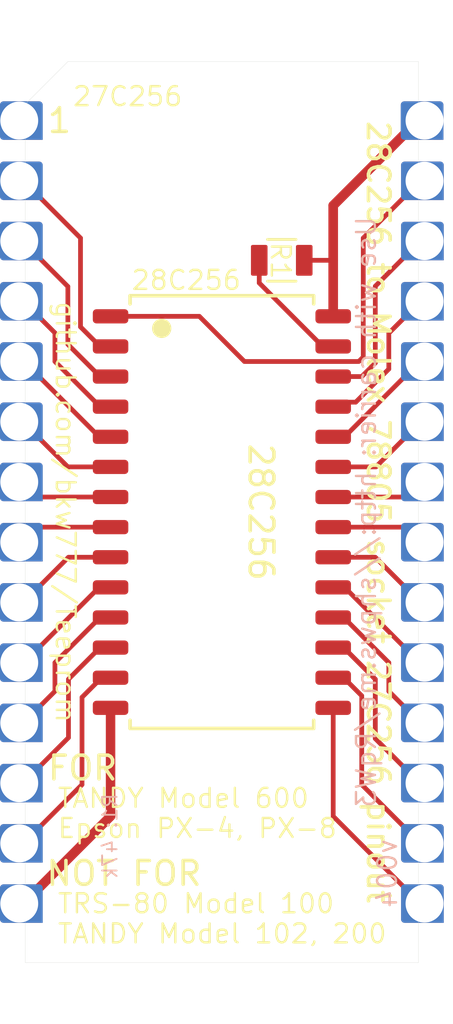
<source format=kicad_pcb>
(kicad_pcb (version 20171130) (host pcbnew 5.1.10-88a1d61d58~88~ubuntu20.10.1)

  (general
    (thickness 1.6)
    (drawings 19)
    (tracks 116)
    (zones 0)
    (modules 3)
    (nets 28)
  )

  (page A4)
  (title_block
    (title "28C256 to Molex 78805 socket with 27C256 pinout")
    (date 2021-05-22)
    (rev 004)
    (company b.kenyon.w@gmail.com)
  )

  (layers
    (0 Top signal)
    (31 Bottom signal)
    (32 B.Adhes user hide)
    (33 F.Adhes user hide)
    (34 B.Paste user hide)
    (35 F.Paste user hide)
    (36 B.SilkS user)
    (37 F.SilkS user)
    (38 B.Mask user)
    (39 F.Mask user)
    (40 Dwgs.User user hide)
    (41 Cmts.User user hide)
    (42 Eco1.User user hide)
    (43 Eco2.User user hide)
    (44 Edge.Cuts user)
    (45 Margin user hide)
    (46 B.CrtYd user hide)
    (47 F.CrtYd user hide)
    (48 B.Fab user hide)
    (49 F.Fab user hide)
  )

  (setup
    (last_trace_width 0.2)
    (user_trace_width 0.4)
    (trace_clearance 0.2)
    (zone_clearance 0.1524)
    (zone_45_only no)
    (trace_min 0.2)
    (via_size 0.5)
    (via_drill 0.3)
    (via_min_size 0.5)
    (via_min_drill 0.3)
    (uvia_size 0.5)
    (uvia_drill 0.3)
    (uvias_allowed no)
    (uvia_min_size 0.5)
    (uvia_min_drill 0.3)
    (edge_width 0.01)
    (segment_width 0.2032)
    (pcb_text_width 0.254)
    (pcb_text_size 1.2192 1.2192)
    (mod_edge_width 0.0254)
    (mod_text_size 0.4572 0.4572)
    (mod_text_width 0.0254)
    (pad_size 1.905 2.032)
    (pad_drill 1.524)
    (pad_to_mask_clearance 0)
    (solder_mask_min_width 0.22)
    (aux_axis_origin 0 0)
    (grid_origin 147.2184 99.187)
    (visible_elements FFFFFF7F)
    (pcbplotparams
      (layerselection 0x010f0_ffffffff)
      (usegerberextensions true)
      (usegerberattributes false)
      (usegerberadvancedattributes false)
      (creategerberjobfile false)
      (excludeedgelayer true)
      (linewidth 0.100000)
      (plotframeref false)
      (viasonmask false)
      (mode 1)
      (useauxorigin false)
      (hpglpennumber 1)
      (hpglpenspeed 20)
      (hpglpendiameter 15.000000)
      (psnegative false)
      (psa4output false)
      (plotreference true)
      (plotvalue true)
      (plotinvisibletext false)
      (padsonsilk false)
      (subtractmaskfromsilk false)
      (outputformat 1)
      (mirror false)
      (drillshape 0)
      (scaleselection 1)
      (outputdirectory "GERBER_Meeprom_004"))
  )

  (net 0 "")
  (net 1 /D3)
  (net 2 /A10)
  (net 3 /D4)
  (net 4 /A7)
  (net 5 /D5)
  (net 6 /A6)
  (net 7 /D6)
  (net 8 /A5)
  (net 9 /D7)
  (net 10 /A4)
  (net 11 /A11)
  (net 12 /A3)
  (net 13 /~OE)
  (net 14 /A2)
  (net 15 /A13)
  (net 16 /A1)
  (net 17 /A0)
  (net 18 /A12)
  (net 19 /D0)
  (net 20 /A9)
  (net 21 /D1)
  (net 22 /A8)
  (net 23 /D2)
  (net 24 /~CE)
  (net 25 /A14)
  (net 26 /~WE)
  (net 27 VCC)

  (net_class Default "This is the default net class."
    (clearance 0.2)
    (trace_width 0.2)
    (via_dia 0.5)
    (via_drill 0.3)
    (uvia_dia 0.5)
    (uvia_drill 0.3)
    (diff_pair_width 0.2)
    (diff_pair_gap 0.3)
    (add_net /A0)
    (add_net /A1)
    (add_net /A10)
    (add_net /A11)
    (add_net /A12)
    (add_net /A13)
    (add_net /A14)
    (add_net /A2)
    (add_net /A3)
    (add_net /A4)
    (add_net /A5)
    (add_net /A6)
    (add_net /A7)
    (add_net /A8)
    (add_net /A9)
    (add_net /D0)
    (add_net /D1)
    (add_net /D2)
    (add_net /D3)
    (add_net /D4)
    (add_net /D5)
    (add_net /D6)
    (add_net /D7)
    (add_net /~CE)
    (add_net /~OE)
    (add_net /~WE)
    (add_net "Net-(J1-Pad1)")
    (add_net "Net-(J1-Pad14)")
    (add_net "Net-(U1-Pad14)")
    (add_net VCC)
  )

  (module 000_LOCAL:Molex78802_PCB_28 (layer Top) (tedit 60A90215) (tstamp 6051A918)
    (at 147.2184 99.187)
    (descr "Castellated edge contacts to fit Molex 78805 Socket")
    (path /5E6792DF)
    (solder_mask_margin 0.0508)
    (attr virtual)
    (fp_text reference J1 (at -1.905 0 -90) (layer Dwgs.User) hide
      (effects (font (size 1.2065 1.2065) (thickness 0.127)) (justify bottom))
    )
    (fp_text value "Molex 78805 socket 27C256 pinout" (at 1.27 0 -90) (layer F.Fab) hide
      (effects (font (size 1.2065 1.2065) (thickness 0.1016)) (justify bottom))
    )
    (fp_text user "0.7 border on bottom - 36.6 x 15 x 1.5 usable bottom" (at -5.5 -17) (layer Dwgs.User)
      (effects (font (size 0.25 0.25) (thickness 0.02)) (justify left))
    )
    (fp_text user "10.0 x 1.0 retainer wedges on top" (at -3.5 -17.5) (layer Dwgs.User)
      (effects (font (size 0.25 0.25) (thickness 0.02)) (justify left))
    )
    (fp_text user "Castellation depth 0.5mm min" (at 6.35 0 -90) (layer Dwgs.User)
      (effects (font (size 1 1) (thickness 0.1)))
    )
    (fp_text user "Board outline: 0.1mm grid, copy Eco2.User" (at -6 0 -90) (layer Eco2.User)
      (effects (font (size 1 1) (thickness 0.1)))
    )
    (fp_text user "Eco1.User is Edge.Cuts for use without carrier." (at -4.445 0 -90) (layer Eco1.User)
      (effects (font (size 0.8 0.8) (thickness 0.05)))
    )
    (fp_line (start -6.5 -19) (end -8.3 -17.2) (layer Eco2.User) (width 0.01))
    (fp_line (start 8.3 19) (end 8.3 -19) (layer Eco2.User) (width 0.01))
    (fp_line (start -8.3 19) (end -8.3 -17.2) (layer Eco2.User) (width 0.01))
    (fp_line (start -5 19) (end 5 19) (layer Dwgs.User) (width 0.01))
    (fp_line (start -5 18) (end 5 18) (layer Dwgs.User) (width 0.01))
    (fp_line (start -5 18) (end -5 19) (layer Dwgs.User) (width 0.01))
    (fp_line (start 5 19) (end 5 18) (layer Dwgs.User) (width 0.01))
    (fp_line (start 5 -19) (end -5 -19) (layer Dwgs.User) (width 0.01))
    (fp_line (start 5 -18) (end 5 -19) (layer Dwgs.User) (width 0.01))
    (fp_line (start -5 -18) (end 5 -18) (layer Dwgs.User) (width 0.01))
    (fp_line (start -5 -19) (end -5 -18) (layer Dwgs.User) (width 0.01))
    (fp_line (start 8.345 15.24) (end 9.742 15.24) (layer Dwgs.User) (width 0.05))
    (fp_line (start 8.625 14.96) (end 8.345 15.24) (layer Dwgs.User) (width 0.05))
    (fp_line (start 8.345 15.24) (end 8.625 15.52) (layer Dwgs.User) (width 0.05))
    (fp_line (start 7.442 14.96) (end 7.722 15.24) (layer Dwgs.User) (width 0.05))
    (fp_line (start 7.722 15.24) (end 7.442 15.52) (layer Dwgs.User) (width 0.05))
    (fp_line (start 6.325 15.24) (end 7.722 15.24) (layer Dwgs.User) (width 0.05))
    (fp_line (start 6.325 12.065) (end 6.325 15.24) (layer Dwgs.User) (width 0.05))
    (fp_line (start 7.75716 17.78) (end 7.75716 12.7) (layer Dwgs.User) (width 0.01))
    (fp_line (start 8.3 -19) (end -6.5 -19) (layer Eco2.User) (width 0.01))
    (fp_line (start -8.3 19) (end 8.3 19) (layer Eco2.User) (width 0.01))
    (fp_line (start -0.762 -19.05) (end -0.762 -21.59) (layer Eco1.User) (width 0.01))
    (fp_line (start -0.762 -21.59) (end 0.762 -21.59) (layer Eco1.User) (width 0.01))
    (fp_line (start 0.762 -21.59) (end 0.762 -19.05) (layer Eco1.User) (width 0.01))
    (fp_line (start -4.5593 19.05) (end -4.5593 21.59) (layer Eco1.User) (width 0.01))
    (fp_line (start -4.5593 21.59) (end -3.0353 21.59) (layer Eco1.User) (width 0.01))
    (fp_line (start -3.0353 21.59) (end -3.0353 19.05) (layer Eco1.User) (width 0.01))
    (fp_line (start 4.5593 19.05) (end 4.5593 21.59) (layer Eco1.User) (width 0.01))
    (fp_line (start 4.5593 21.59) (end 3.0353 21.59) (layer Eco1.User) (width 0.01))
    (fp_line (start 3.0353 21.59) (end 3.0353 19.05) (layer Eco1.User) (width 0.01))
    (fp_line (start 3.0353 19.05) (end -3.0353 19.05) (layer Eco1.User) (width 0.01))
    (fp_line (start -8.26 19.05) (end -8.26 -19.05) (layer Eco1.User) (width 0.01))
    (fp_line (start 8.26 19.05) (end 8.26 -19.05) (layer Eco1.User) (width 0.01))
    (fp_line (start -8.26 -19.05) (end -0.762 -19.05) (layer Eco1.User) (width 0.01))
    (fp_line (start 0.762 -19.05) (end 8.26 -19.05) (layer Eco1.User) (width 0.01))
    (fp_line (start -8.26 19.05) (end -4.5593 19.05) (layer Eco1.User) (width 0.01))
    (fp_line (start 4.5593 19.05) (end 8.26 19.05) (layer Eco1.User) (width 0.01))
    (fp_poly (pts (xy -7.717 -15.8496) (xy -9.2156 -15.8496) (xy -9.2156 -17.1704) (xy -7.717 -17.1704)) (layer Bottom) (width 0.3048))
    (fp_poly (pts (xy -7.717 -15.8496) (xy -9.2156 -15.8496) (xy -9.2156 -17.1704) (xy -7.717 -17.1704)) (layer Top) (width 0.3048))
    (fp_poly (pts (xy -7.717 -13.3096) (xy -9.2156 -13.3096) (xy -9.2156 -14.6304) (xy -7.717 -14.6304)) (layer Top) (width 0.3048))
    (fp_poly (pts (xy -7.717 -10.7696) (xy -9.2156 -10.7696) (xy -9.2156 -12.0904) (xy -7.717 -12.0904)) (layer Top) (width 0.3048))
    (fp_poly (pts (xy -7.717 -8.2296) (xy -9.2156 -8.2296) (xy -9.2156 -9.5504) (xy -7.717 -9.5504)) (layer Top) (width 0.3048))
    (fp_poly (pts (xy -7.717 -5.6896) (xy -9.2156 -5.6896) (xy -9.2156 -7.0104) (xy -7.717 -7.0104)) (layer Top) (width 0.3048))
    (fp_poly (pts (xy -7.717 -3.1496) (xy -9.2156 -3.1496) (xy -9.2156 -4.4704) (xy -7.717 -4.4704)) (layer Top) (width 0.3048))
    (fp_poly (pts (xy -7.717 -0.6096) (xy -9.2156 -0.6096) (xy -9.2156 -1.9304) (xy -7.717 -1.9304)) (layer Top) (width 0.3048))
    (fp_poly (pts (xy -7.717 1.9304) (xy -9.2156 1.9304) (xy -9.2156 0.6096) (xy -7.717 0.6096)) (layer Top) (width 0.3048))
    (fp_poly (pts (xy -7.717 4.4704) (xy -9.2156 4.4704) (xy -9.2156 3.1496) (xy -7.717 3.1496)) (layer Top) (width 0.3048))
    (fp_poly (pts (xy -7.717 7.0104) (xy -9.2156 7.0104) (xy -9.2156 5.6896) (xy -7.717 5.6896)) (layer Top) (width 0.3048))
    (fp_poly (pts (xy -7.717 9.5504) (xy -9.2156 9.5504) (xy -9.2156 8.2296) (xy -7.717 8.2296)) (layer Top) (width 0.3048))
    (fp_poly (pts (xy -7.717 12.0904) (xy -9.2156 12.0904) (xy -9.2156 10.7696) (xy -7.717 10.7696)) (layer Top) (width 0.3048))
    (fp_poly (pts (xy -7.717 14.6304) (xy -9.2156 14.6304) (xy -9.2156 13.3096) (xy -7.717 13.3096)) (layer Top) (width 0.3048))
    (fp_poly (pts (xy -7.717 17.1704) (xy -9.2156 17.1704) (xy -9.2156 15.8496) (xy -7.717 15.8496)) (layer Top) (width 0.3048))
    (fp_poly (pts (xy -7.717 10.7696) (xy -9.2156 10.7696) (xy -9.2156 12.0904) (xy -7.717 12.0904)) (layer Bottom) (width 0.3048))
    (fp_poly (pts (xy -7.717 15.8496) (xy -9.2156 15.8496) (xy -9.2156 17.1704) (xy -7.717 17.1704)) (layer Bottom) (width 0.3048))
    (fp_poly (pts (xy -7.717 -14.6304) (xy -9.2156 -14.6304) (xy -9.2156 -13.3096) (xy -7.717 -13.3096)) (layer Bottom) (width 0.3048))
    (fp_poly (pts (xy -7.717 8.2296) (xy -9.2156 8.2296) (xy -9.2156 9.5504) (xy -7.717 9.5504)) (layer Bottom) (width 0.3048))
    (fp_poly (pts (xy -7.717 5.6896) (xy -9.2156 5.6896) (xy -9.2156 7.0104) (xy -7.717 7.0104)) (layer Bottom) (width 0.3048))
    (fp_poly (pts (xy -7.717 -7.0104) (xy -9.2156 -7.0104) (xy -9.2156 -5.6896) (xy -7.717 -5.6896)) (layer Bottom) (width 0.3048))
    (fp_poly (pts (xy -7.717 -9.5504) (xy -9.2156 -9.5504) (xy -9.2156 -8.2296) (xy -7.717 -8.2296)) (layer Bottom) (width 0.3048))
    (fp_poly (pts (xy -7.717 13.3096) (xy -9.2156 13.3096) (xy -9.2156 14.6304) (xy -7.717 14.6304)) (layer Bottom) (width 0.3048))
    (fp_poly (pts (xy -7.717 -1.9304) (xy -9.2156 -1.9304) (xy -9.2156 -0.6096) (xy -7.717 -0.6096)) (layer Bottom) (width 0.3048))
    (fp_poly (pts (xy -7.717 -4.4704) (xy -9.2156 -4.4704) (xy -9.2156 -3.1496) (xy -7.717 -3.1496)) (layer Bottom) (width 0.3048))
    (fp_poly (pts (xy -7.717 -12.0904) (xy -9.2156 -12.0904) (xy -9.2156 -10.7696) (xy -7.717 -10.7696)) (layer Bottom) (width 0.3048))
    (fp_poly (pts (xy -7.717 3.1496) (xy -9.2156 3.1496) (xy -9.2156 4.4704) (xy -7.717 4.4704)) (layer Bottom) (width 0.3048))
    (fp_poly (pts (xy -7.717 0.6096) (xy -9.2156 0.6096) (xy -9.2156 1.9304) (xy -7.717 1.9304)) (layer Bottom) (width 0.3048))
    (fp_poly (pts (xy 9.2029 -15.8496) (xy 7.7043 -15.8496) (xy 7.7043 -17.1704) (xy 9.2029 -17.1704)) (layer Bottom) (width 0.3048))
    (fp_poly (pts (xy 9.2029 -15.8496) (xy 7.7043 -15.8496) (xy 7.7043 -17.1704) (xy 9.2029 -17.1704)) (layer Top) (width 0.3048))
    (fp_poly (pts (xy 9.2156 -8.2296) (xy 7.717 -8.2296) (xy 7.717 -9.5504) (xy 9.2156 -9.5504)) (layer Top) (width 0.3048))
    (fp_poly (pts (xy 9.2156 15.8496) (xy 7.717 15.8496) (xy 7.717 17.1704) (xy 9.2156 17.1704)) (layer Bottom) (width 0.3048))
    (fp_poly (pts (xy 9.2156 -13.3096) (xy 7.717 -13.3096) (xy 7.717 -14.6304) (xy 9.2156 -14.6304)) (layer Top) (width 0.3048))
    (fp_poly (pts (xy 9.2156 -7.0104) (xy 7.717 -7.0104) (xy 7.717 -5.6896) (xy 9.2156 -5.6896)) (layer Bottom) (width 0.3048))
    (fp_poly (pts (xy 9.2156 5.6896) (xy 7.717 5.6896) (xy 7.717 7.0104) (xy 9.2156 7.0104)) (layer Bottom) (width 0.3048))
    (fp_poly (pts (xy 9.2156 17.1704) (xy 7.717 17.1704) (xy 7.717 15.8496) (xy 9.2156 15.8496)) (layer Top) (width 0.3048))
    (fp_poly (pts (xy 9.2156 -5.6896) (xy 7.717 -5.6896) (xy 7.717 -7.0104) (xy 9.2156 -7.0104)) (layer Top) (width 0.3048))
    (fp_poly (pts (xy 9.2156 -1.9304) (xy 7.717 -1.9304) (xy 7.717 -0.6096) (xy 9.2156 -0.6096)) (layer Bottom) (width 0.3048))
    (fp_poly (pts (xy 9.2156 -3.1496) (xy 7.717 -3.1496) (xy 7.717 -4.4704) (xy 9.2156 -4.4704)) (layer Top) (width 0.3048))
    (fp_poly (pts (xy 9.2156 9.5504) (xy 7.717 9.5504) (xy 7.717 8.2296) (xy 9.2156 8.2296)) (layer Top) (width 0.3048))
    (fp_poly (pts (xy 9.2156 12.0904) (xy 7.717 12.0904) (xy 7.717 10.7696) (xy 9.2156 10.7696)) (layer Top) (width 0.3048))
    (fp_poly (pts (xy 9.2156 -14.6304) (xy 7.717 -14.6304) (xy 7.717 -13.3096) (xy 9.2156 -13.3096)) (layer Bottom) (width 0.3048))
    (fp_poly (pts (xy 9.2156 -12.0904) (xy 7.717 -12.0904) (xy 7.717 -10.7696) (xy 9.2156 -10.7696)) (layer Bottom) (width 0.3048))
    (fp_poly (pts (xy 9.2156 3.1496) (xy 7.717 3.1496) (xy 7.717 4.4704) (xy 9.2156 4.4704)) (layer Bottom) (width 0.3048))
    (fp_poly (pts (xy 9.2156 0.6096) (xy 7.717 0.6096) (xy 7.717 1.9304) (xy 9.2156 1.9304)) (layer Bottom) (width 0.3048))
    (fp_poly (pts (xy 9.2156 -9.5504) (xy 7.717 -9.5504) (xy 7.717 -8.2296) (xy 9.2156 -8.2296)) (layer Bottom) (width 0.3048))
    (fp_poly (pts (xy 9.2156 -10.7696) (xy 7.717 -10.7696) (xy 7.717 -12.0904) (xy 9.2156 -12.0904)) (layer Top) (width 0.3048))
    (fp_poly (pts (xy 9.2156 13.3096) (xy 7.717 13.3096) (xy 7.717 14.6304) (xy 9.2156 14.6304)) (layer Bottom) (width 0.3048))
    (fp_poly (pts (xy 9.2156 8.2296) (xy 7.717 8.2296) (xy 7.717 9.5504) (xy 9.2156 9.5504)) (layer Bottom) (width 0.3048))
    (fp_poly (pts (xy 9.2156 -4.4704) (xy 7.717 -4.4704) (xy 7.717 -3.1496) (xy 9.2156 -3.1496)) (layer Bottom) (width 0.3048))
    (fp_poly (pts (xy 9.2156 4.4704) (xy 7.717 4.4704) (xy 7.717 3.1496) (xy 9.2156 3.1496)) (layer Top) (width 0.3048))
    (fp_poly (pts (xy 9.2156 10.7696) (xy 7.717 10.7696) (xy 7.717 12.0904) (xy 9.2156 12.0904)) (layer Bottom) (width 0.3048))
    (fp_poly (pts (xy 9.2156 7.0104) (xy 7.717 7.0104) (xy 7.717 5.6896) (xy 9.2156 5.6896)) (layer Top) (width 0.3048))
    (fp_poly (pts (xy 9.2156 14.6304) (xy 7.717 14.6304) (xy 7.717 13.3096) (xy 9.2156 13.3096)) (layer Top) (width 0.3048))
    (fp_poly (pts (xy 9.2156 -0.6096) (xy 7.717 -0.6096) (xy 7.717 -1.9304) (xy 9.2156 -1.9304)) (layer Top) (width 0.3048))
    (fp_poly (pts (xy 9.2156 1.9304) (xy 7.717 1.9304) (xy 7.717 0.6096) (xy 9.2156 0.6096)) (layer Top) (width 0.3048))
    (fp_line (start -7.6 18.3) (end 7.6 18.3) (layer Dwgs.User) (width 0.01))
    (fp_line (start -7.6 -18.3) (end 7.6 -18.3) (layer Dwgs.User) (width 0.01))
    (fp_line (start -7.6 -18.3) (end -7.6 18.3) (layer Dwgs.User) (width 0.01))
    (fp_line (start 7.6 -18.3) (end 7.6 18.3) (layer Dwgs.User) (width 0.01))
    (fp_line (start -6 -18.3) (end -6 -17) (layer Dwgs.User) (width 0.01))
    (fp_line (start -6 -17) (end -5.5 -17) (layer Dwgs.User) (width 0.01))
    (fp_line (start -6 -18.3) (end -6.3 -18) (layer Dwgs.User) (width 0.01))
    (fp_line (start -6 -18.3) (end -5.7 -18) (layer Dwgs.User) (width 0.01))
    (fp_line (start -6 -19) (end -6 -20) (layer Dwgs.User) (width 0.01))
    (fp_line (start -6 -19) (end -6.3 -19.3) (layer Dwgs.User) (width 0.01))
    (fp_line (start -6 -19) (end -5.7 -19.3) (layer Dwgs.User) (width 0.01))
    (fp_line (start -4 -19) (end -4 -20) (layer Dwgs.User) (width 0.01))
    (fp_line (start -4 -19) (end -4.3 -19.3) (layer Dwgs.User) (width 0.01))
    (fp_line (start -4 -19) (end -3.7 -19.3) (layer Dwgs.User) (width 0.01))
    (fp_line (start -4 -18) (end -4.3 -17.7) (layer Dwgs.User) (width 0.01))
    (fp_line (start -4 -18) (end -3.7 -17.7) (layer Dwgs.User) (width 0.01))
    (fp_line (start -4 -18) (end -4 -17.5) (layer Dwgs.User) (width 0.01))
    (fp_line (start -4 -17.5) (end -3.5 -17.5) (layer Dwgs.User) (width 0.01))
    (pad 1 thru_hole circle (at -8.5552 -16.51) (size 1.6002 1.6002) (drill 1.59766) (layers *.Cu *.Mask)
      (zone_connect 0))
    (pad 28 thru_hole circle (at 8.5552 -16.51 180) (size 1.6002 1.6002) (drill 1.59766) (layers *.Cu *.Mask)
      (net 27 VCC))
    (pad 14 thru_hole circle (at -8.5552 16.51) (size 1.6002 1.6002) (drill 1.59766) (layers *.Cu *.Mask)
      (zone_connect 0))
    (pad 27 thru_hole circle (at 8.5552 -13.97 180) (size 1.6002 1.6002) (drill 1.59766) (layers *.Cu *.Mask)
      (net 25 /A14))
    (pad 13 thru_hole circle (at -8.5552 13.97) (size 1.6002 1.6002) (drill 1.59766) (layers *.Cu *.Mask)
      (net 23 /D2) (zone_connect 0))
    (pad 26 thru_hole circle (at 8.5552 -11.43 180) (size 1.6002 1.6002) (drill 1.59766) (layers *.Cu *.Mask)
      (net 15 /A13))
    (pad 12 thru_hole circle (at -8.5552 11.43) (size 1.6002 1.6002) (drill 1.59766) (layers *.Cu *.Mask)
      (net 21 /D1) (zone_connect 0))
    (pad 25 thru_hole circle (at 8.5552 -8.89 180) (size 1.6002 1.6002) (drill 1.59766) (layers *.Cu *.Mask)
      (net 22 /A8))
    (pad 11 thru_hole circle (at -8.5552 8.89) (size 1.6002 1.6002) (drill 1.59766) (layers *.Cu *.Mask)
      (net 19 /D0) (zone_connect 0))
    (pad 24 thru_hole circle (at 8.5552 -6.35 180) (size 1.6002 1.6002) (drill 1.59766) (layers *.Cu *.Mask)
      (net 20 /A9))
    (pad 10 thru_hole circle (at -8.5552 6.35) (size 1.6002 1.6002) (drill 1.59766) (layers *.Cu *.Mask)
      (net 17 /A0) (zone_connect 0))
    (pad 23 thru_hole circle (at 8.5552 -3.81 180) (size 1.6002 1.6002) (drill 1.59766) (layers *.Cu *.Mask)
      (net 11 /A11))
    (pad 9 thru_hole circle (at -8.5552 3.81) (size 1.6002 1.6002) (drill 1.59766) (layers *.Cu *.Mask)
      (net 16 /A1) (zone_connect 0))
    (pad 22 thru_hole circle (at 8.5552 -1.27 180) (size 1.6002 1.6002) (drill 1.59766) (layers *.Cu *.Mask)
      (net 13 /~OE))
    (pad 8 thru_hole circle (at -8.5552 1.27) (size 1.6002 1.6002) (drill 1.59766) (layers *.Cu *.Mask)
      (net 14 /A2) (zone_connect 0))
    (pad 21 thru_hole circle (at 8.5552 1.27 180) (size 1.6002 1.6002) (drill 1.59766) (layers *.Cu *.Mask)
      (net 2 /A10))
    (pad 7 thru_hole circle (at -8.5552 -1.27) (size 1.6002 1.6002) (drill 1.59766) (layers *.Cu *.Mask)
      (net 12 /A3) (zone_connect 0))
    (pad 20 thru_hole circle (at 8.5552 3.81 180) (size 1.6002 1.6002) (drill 1.59766) (layers *.Cu *.Mask)
      (net 24 /~CE))
    (pad 6 thru_hole circle (at -8.5552 -3.81) (size 1.6002 1.6002) (drill 1.59766) (layers *.Cu *.Mask)
      (net 10 /A4) (zone_connect 0))
    (pad 19 thru_hole circle (at 8.5552 6.35 180) (size 1.6002 1.6002) (drill 1.59766) (layers *.Cu *.Mask)
      (net 9 /D7))
    (pad 5 thru_hole circle (at -8.5552 -6.35) (size 1.6002 1.6002) (drill 1.59766) (layers *.Cu *.Mask)
      (net 8 /A5) (zone_connect 0))
    (pad 18 thru_hole circle (at 8.5552 8.89 180) (size 1.6002 1.6002) (drill 1.59766) (layers *.Cu *.Mask)
      (net 7 /D6))
    (pad 4 thru_hole circle (at -8.5552 -8.89) (size 1.6002 1.6002) (drill 1.59766) (layers *.Cu *.Mask)
      (net 6 /A6) (zone_connect 0))
    (pad 17 thru_hole circle (at 8.5552 11.43 180) (size 1.6002 1.6002) (drill 1.59766) (layers *.Cu *.Mask)
      (net 5 /D5))
    (pad 3 thru_hole circle (at -8.5552 -11.43) (size 1.6002 1.6002) (drill 1.59766) (layers *.Cu *.Mask)
      (net 4 /A7) (zone_connect 0))
    (pad 16 thru_hole circle (at 8.5552 13.97 180) (size 1.6002 1.6002) (drill 1.59766) (layers *.Cu *.Mask)
      (net 3 /D4))
    (pad 2 thru_hole circle (at -8.5552 -13.97) (size 1.6002 1.6002) (drill 1.59766) (layers *.Cu *.Mask)
      (net 18 /A12) (zone_connect 0))
    (pad 15 thru_hole circle (at 8.5552 16.51 180) (size 1.6002 1.6002) (drill 1.59766) (layers *.Cu *.Mask)
      (net 1 /D3))
    (model ${KIPRJMOD}/000_LOCAL.pretty/3d/Molex78802_PCB_28.step
      (offset (xyz 0 0 -0.16))
      (scale (xyz 1 1 1))
      (rotate (xyz 0 0 90))
    )
  )

  (module 000_LOCAL:R_0805 (layer Top) (tedit 60997F9A) (tstamp 5D22C129)
    (at 149.7457 88.5698)
    (descr "Resistor SMD 0805, reflow soldering, Vishay (see dcrcw.pdf)")
    (tags "resistor 0805")
    (path /5D2BF7AB)
    (attr smd)
    (fp_text reference R1 (at -0.0508 0.0127 -90 unlocked) (layer F.SilkS)
      (effects (font (size 0.8 0.8) (thickness 0.1)))
    )
    (fp_text value 47k (at 0 1.75) (layer F.Fab)
      (effects (font (size 1 1) (thickness 0.15)))
    )
    (fp_line (start -1 0.62) (end -1 -0.62) (layer F.Fab) (width 0.1))
    (fp_line (start 1 0.62) (end -1 0.62) (layer F.Fab) (width 0.1))
    (fp_line (start 1 -0.62) (end 1 0.62) (layer F.Fab) (width 0.1))
    (fp_line (start -1 -0.62) (end 1 -0.62) (layer F.Fab) (width 0.1))
    (fp_line (start 0.6 0.88) (end -0.6 0.88) (layer F.SilkS) (width 0.12))
    (fp_line (start -0.6 -0.88) (end 0.6 -0.88) (layer F.SilkS) (width 0.12))
    (fp_line (start -1.55 -0.9) (end 1.55 -0.9) (layer F.CrtYd) (width 0.05))
    (fp_line (start -1.55 -0.9) (end -1.55 0.9) (layer F.CrtYd) (width 0.05))
    (fp_line (start 1.55 0.9) (end 1.55 -0.9) (layer F.CrtYd) (width 0.05))
    (fp_line (start 1.55 0.9) (end -1.55 0.9) (layer F.CrtYd) (width 0.05))
    (fp_text user %R (at 0 0) (layer F.Fab)
      (effects (font (size 0.5 0.5) (thickness 0.075)))
    )
    (pad 1 smd roundrect (at -0.95 0) (size 0.7 1.3) (layers Top F.Paste F.Mask) (roundrect_rratio 0.1)
      (net 26 /~WE))
    (pad 2 smd roundrect (at 0.95 0) (size 0.7 1.3) (layers Top F.Paste F.Mask) (roundrect_rratio 0.1)
      (net 27 VCC))
    (model ${KIPRJMOD}/000_LOCAL.pretty/3d/R_0805.step
      (at (xyz 0 0 0))
      (scale (xyz 1 1 1))
      (rotate (xyz 0 0 0))
    )
  )

  (module 000_LOCAL:SOIC-28W (layer Top) (tedit 5F92395F) (tstamp 5D21E664)
    (at 147.2184 99.187)
    (descr "28-Lead Plastic Small Outline (SO) - Wide, 7.50 mm Body [SOIC] (see Microchip Packaging Specification 00000049BS.pdf)")
    (tags "SOIC 1.27")
    (path /5D231C6F)
    (attr smd)
    (fp_text reference U1 (at 0 0 -90) (layer F.SilkS) hide
      (effects (font (size 1 1) (thickness 0.15)))
    )
    (fp_text value 28C256 (at 0 1.27 180) (layer F.Fab)
      (effects (font (size 1 1) (thickness 0.15)))
    )
    (fp_line (start -3.875 9.125) (end 3.875 9.125) (layer F.SilkS) (width 0.15))
    (fp_line (start -3.875 -9.125) (end 3.875 -9.125) (layer F.SilkS) (width 0.15))
    (fp_line (start -3.875 9.125) (end -3.875 8.78) (layer F.SilkS) (width 0.15))
    (fp_line (start 3.875 9.125) (end 3.875 8.78) (layer F.SilkS) (width 0.15))
    (fp_line (start 3.875 -9.125) (end 3.875 -8.78) (layer F.SilkS) (width 0.15))
    (fp_line (start -3.875 -9.125) (end -3.875 -8.78) (layer F.SilkS) (width 0.15))
    (fp_line (start -5.95 9.3) (end 5.95 9.3) (layer F.CrtYd) (width 0.05))
    (fp_line (start -5.95 -9.3) (end 5.95 -9.3) (layer F.CrtYd) (width 0.05))
    (fp_line (start 5.95 -9.3) (end 5.95 9.3) (layer F.CrtYd) (width 0.05))
    (fp_line (start -5.95 -9.3) (end -5.95 9.3) (layer F.CrtYd) (width 0.05))
    (fp_line (start -3.75 -7.95) (end -2.75 -8.95) (layer F.Fab) (width 0.15))
    (fp_line (start -3.75 8.95) (end -3.75 -7.95) (layer F.Fab) (width 0.15))
    (fp_line (start 3.75 8.95) (end -3.75 8.95) (layer F.Fab) (width 0.15))
    (fp_line (start 3.75 -8.95) (end 3.75 8.95) (layer F.Fab) (width 0.15))
    (fp_line (start -2.75 -8.95) (end 3.75 -8.95) (layer F.Fab) (width 0.15))
    (fp_circle (center -2.54 -7.747) (end -2.3368 -7.747) (layer F.SilkS) (width 0.4064))
    (fp_text user 28C256 (at 1.651 0 270 unlocked) (layer F.SilkS)
      (effects (font (size 1 1) (thickness 0.15)))
    )
    (fp_text user %R (at 0 0) (layer F.Fab)
      (effects (font (size 1 1) (thickness 0.15)))
    )
    (pad 1 smd roundrect (at -4.7 -8.255) (size 1.5 0.6) (layers Top F.Paste F.Mask) (roundrect_rratio 0.25)
      (net 25 /A14))
    (pad 2 smd roundrect (at -4.7 -6.985) (size 1.5 0.6) (layers Top F.Paste F.Mask) (roundrect_rratio 0.25)
      (net 18 /A12))
    (pad 3 smd roundrect (at -4.7 -5.715) (size 1.5 0.6) (layers Top F.Paste F.Mask) (roundrect_rratio 0.25)
      (net 4 /A7))
    (pad 4 smd roundrect (at -4.7 -4.445) (size 1.5 0.6) (layers Top F.Paste F.Mask) (roundrect_rratio 0.25)
      (net 6 /A6))
    (pad 5 smd roundrect (at -4.7 -3.175) (size 1.5 0.6) (layers Top F.Paste F.Mask) (roundrect_rratio 0.25)
      (net 8 /A5))
    (pad 6 smd roundrect (at -4.7 -1.905) (size 1.5 0.6) (layers Top F.Paste F.Mask) (roundrect_rratio 0.25)
      (net 10 /A4))
    (pad 7 smd roundrect (at -4.7 -0.635) (size 1.5 0.6) (layers Top F.Paste F.Mask) (roundrect_rratio 0.25)
      (net 12 /A3))
    (pad 8 smd roundrect (at -4.7 0.635) (size 1.5 0.6) (layers Top F.Paste F.Mask) (roundrect_rratio 0.25)
      (net 14 /A2))
    (pad 9 smd roundrect (at -4.7 1.905) (size 1.5 0.6) (layers Top F.Paste F.Mask) (roundrect_rratio 0.25)
      (net 16 /A1))
    (pad 10 smd roundrect (at -4.7 3.175) (size 1.5 0.6) (layers Top F.Paste F.Mask) (roundrect_rratio 0.25)
      (net 17 /A0))
    (pad 11 smd roundrect (at -4.7 4.445) (size 1.5 0.6) (layers Top F.Paste F.Mask) (roundrect_rratio 0.25)
      (net 19 /D0))
    (pad 12 smd roundrect (at -4.7 5.715) (size 1.5 0.6) (layers Top F.Paste F.Mask) (roundrect_rratio 0.25)
      (net 21 /D1))
    (pad 13 smd roundrect (at -4.7 6.985) (size 1.5 0.6) (layers Top F.Paste F.Mask) (roundrect_rratio 0.25)
      (net 23 /D2))
    (pad 14 smd roundrect (at -4.7 8.255) (size 1.5 0.6) (layers Top F.Paste F.Mask) (roundrect_rratio 0.25))
    (pad 15 smd roundrect (at 4.7 8.255) (size 1.5 0.6) (layers Top F.Paste F.Mask) (roundrect_rratio 0.25)
      (net 1 /D3))
    (pad 16 smd roundrect (at 4.7 6.985) (size 1.5 0.6) (layers Top F.Paste F.Mask) (roundrect_rratio 0.25)
      (net 3 /D4))
    (pad 17 smd roundrect (at 4.7 5.715) (size 1.5 0.6) (layers Top F.Paste F.Mask) (roundrect_rratio 0.25)
      (net 5 /D5))
    (pad 18 smd roundrect (at 4.7 4.445) (size 1.5 0.6) (layers Top F.Paste F.Mask) (roundrect_rratio 0.25)
      (net 7 /D6))
    (pad 19 smd roundrect (at 4.7 3.175) (size 1.5 0.6) (layers Top F.Paste F.Mask) (roundrect_rratio 0.25)
      (net 9 /D7))
    (pad 20 smd roundrect (at 4.7 1.905) (size 1.5 0.6) (layers Top F.Paste F.Mask) (roundrect_rratio 0.25)
      (net 24 /~CE))
    (pad 21 smd roundrect (at 4.7 0.635) (size 1.5 0.6) (layers Top F.Paste F.Mask) (roundrect_rratio 0.25)
      (net 2 /A10))
    (pad 22 smd roundrect (at 4.7 -0.635) (size 1.5 0.6) (layers Top F.Paste F.Mask) (roundrect_rratio 0.25)
      (net 13 /~OE))
    (pad 23 smd roundrect (at 4.7 -1.905) (size 1.5 0.6) (layers Top F.Paste F.Mask) (roundrect_rratio 0.25)
      (net 11 /A11))
    (pad 24 smd roundrect (at 4.7 -3.175) (size 1.5 0.6) (layers Top F.Paste F.Mask) (roundrect_rratio 0.25)
      (net 20 /A9))
    (pad 25 smd roundrect (at 4.7 -4.445) (size 1.5 0.6) (layers Top F.Paste F.Mask) (roundrect_rratio 0.25)
      (net 22 /A8))
    (pad 26 smd roundrect (at 4.7 -5.715) (size 1.5 0.6) (layers Top F.Paste F.Mask) (roundrect_rratio 0.25)
      (net 15 /A13))
    (pad 27 smd roundrect (at 4.7 -6.985) (size 1.5 0.6) (layers Top F.Paste F.Mask) (roundrect_rratio 0.25)
      (net 26 /~WE))
    (pad 28 smd roundrect (at 4.7 -8.255) (size 1.5 0.6) (layers Top F.Paste F.Mask) (roundrect_rratio 0.25)
      (net 27 VCC))
    (model ${KIPRJMOD}/000_LOCAL.pretty/3d/SW3dPS-SOIC28-300.STEP
      (at (xyz 0 0 0))
      (scale (xyz 1 1 1))
      (rotate (xyz 0 0 90))
    )
  )

  (gr_text v004 (at 154.2034 114.427 -270) (layer B.SilkS)
    (effects (font (size 0.8 0.8) (thickness 0.1)) (justify mirror))
  )
  (gr_line (start 140.7184 80.187) (end 138.9184 81.987) (layer Edge.Cuts) (width 0.01))
  (gr_line (start 138.9184 118.187) (end 138.9184 81.987) (layer Edge.Cuts) (width 0.01))
  (gr_line (start 155.5184 118.187) (end 155.5184 80.187) (layer Edge.Cuts) (width 0.01) (tstamp 60A9D37B))
  (gr_text "TRS-80 Model 100" (at 140.2334 115.697) (layer F.SilkS) (tstamp 6099CBEB)
    (effects (font (size 0.8 0.8) (thickness 0.1)) (justify left))
  )
  (gr_text FOR (at 139.7889 109.982) (layer F.SilkS) (tstamp 609A4E7C)
    (effects (font (size 1 1) (thickness 0.15)) (justify left))
  )
  (gr_text "TANDY Model 102, 200" (at 140.2334 116.967) (layer F.SilkS) (tstamp 609A4ABD)
    (effects (font (size 0.8 0.8) (thickness 0.1)) (justify left))
  )
  (gr_text "Epson PX-4, PX-8" (at 140.2334 112.522) (layer F.SilkS) (tstamp 6051B5FA)
    (effects (font (size 0.8 0.8) (thickness 0.1)) (justify left))
  )
  (gr_text "NOT FOR" (at 139.7254 114.427) (layer F.SilkS) (tstamp 609A45AF)
    (effects (font (size 1 1) (thickness 0.15)) (justify left))
  )
  (gr_text "TANDY Model 600" (at 140.2334 111.252) (layer F.SilkS) (tstamp 609A4791)
    (effects (font (size 0.8 0.8) (thickness 0.1)) (justify left))
  )
  (gr_text "28C256 to Molex 78805 socket 27C256 pinout" (at 153.8224 99.187 -90) (layer F.SilkS)
    (effects (font (size 0.9144 0.9144) (thickness 0.1524)))
  )
  (gr_text 1 (at 140.3604 82.677) (layer F.SilkS) (tstamp 5E64AE59)
    (effects (font (size 1 1) (thickness 0.15)))
  )
  (gr_text 28C256 (at 143.3449 89.408) (layer F.SilkS) (tstamp 5E64AC58)
    (effects (font (size 0.8 0.8) (thickness 0.1)) (justify left))
  )
  (gr_line (start 140.7184 80.187) (end 155.5184 80.187) (layer Edge.Cuts) (width 0.01))
  (gr_line (start 155.5184 118.187) (end 138.9184 118.187) (layer Edge.Cuts) (width 0.01) (tstamp 5D75CF96))
  (gr_text "Use with carrier: http://shpws.me/RqW3" (at 153.3144 99.187 90) (layer B.SilkS)
    (effects (font (size 0.8 0.8) (thickness 0.1)) (justify mirror))
  )
  (gr_text github.com/bkw777/Teeprom (at 140.6144 99.187 -90) (layer F.SilkS)
    (effects (font (size 0.8 0.8) (thickness 0.1)))
  )
  (gr_text "R1: 47k" (at 142.494 112.8522 -270) (layer B.SilkS)
    (effects (font (size 0.6096 0.6096) (thickness 0.0762)) (justify mirror))
  )
  (gr_text 27C256 (at 140.8684 81.661) (layer F.SilkS)
    (effects (font (size 0.8 0.8) (thickness 0.1)) (justify left))
  )

  (segment (start 138.8364 115.697) (end 138.6632 115.697) (width 0.4) (layer Top) (net 0))
  (segment (start 142.5184 112.015) (end 138.8364 115.697) (width 0.4) (layer Top) (net 0))
  (segment (start 142.5184 107.442) (end 142.5184 112.015) (width 0.4) (layer Top) (net 0))
  (segment (start 151.9184 112.015) (end 151.9184 107.442) (width 0.2) (layer Top) (net 1))
  (segment (start 155.7274 115.697) (end 155.6004 115.697) (width 0.2032) (layer Top) (net 1))
  (segment (start 155.6004 115.697) (end 151.9184 112.015) (width 0.2) (layer Top) (net 1))
  (segment (start 155.1834 99.822) (end 155.8184 100.457) (width 0.2032) (layer Top) (net 2))
  (segment (start 151.9184 99.822) (end 155.1834 99.822) (width 0.2) (layer Top) (net 2))
  (segment (start 155.6004 113.157) (end 155.7736 113.157) (width 0.2) (layer Top) (net 3))
  (segment (start 153.1239 110.6805) (end 155.6004 113.157) (width 0.2) (layer Top) (net 3))
  (segment (start 153.1239 106.934) (end 153.1239 110.6805) (width 0.2) (layer Top) (net 3))
  (segment (start 152.3619 106.172) (end 153.1239 106.934) (width 0.2) (layer Top) (net 3))
  (segment (start 151.9184 106.172) (end 152.3619 106.172) (width 0.2) (layer Top) (net 3))
  (segment (start 138.7094 87.757) (end 138.7983 87.757) (width 0.2032) (layer Top) (net 4))
  (segment (start 142.0749 93.472) (end 142.5184 93.472) (width 0.2) (layer Top) (net 4))
  (segment (start 140.716 92.1131) (end 142.0749 93.472) (width 0.2) (layer Top) (net 4))
  (segment (start 140.716 89.6747) (end 140.716 92.1131) (width 0.2) (layer Top) (net 4))
  (segment (start 138.7983 87.757) (end 140.716 89.6747) (width 0.2) (layer Top) (net 4))
  (segment (start 152.3619 104.902) (end 151.9184 104.902) (width 0.2032) (layer Top) (net 5))
  (segment (start 153.6954 106.2355) (end 152.3619 104.902) (width 0.2032) (layer Top) (net 5))
  (segment (start 153.6954 108.7374) (end 153.6954 106.2355) (width 0.2032) (layer Top) (net 5))
  (segment (start 155.575 110.617) (end 153.6954 108.7374) (width 0.2032) (layer Top) (net 5))
  (segment (start 155.7274 110.617) (end 155.575 110.617) (width 0.2032) (layer Top) (net 5))
  (segment (start 138.8364 90.297) (end 138.6632 90.297) (width 0.2) (layer Top) (net 6))
  (segment (start 140.1699 91.6305) (end 138.8364 90.297) (width 0.2) (layer Top) (net 6))
  (segment (start 140.1699 92.837) (end 140.1699 91.6305) (width 0.2) (layer Top) (net 6))
  (segment (start 142.0749 94.742) (end 140.1699 92.837) (width 0.2) (layer Top) (net 6))
  (segment (start 142.5184 94.742) (end 142.0749 94.742) (width 0.2) (layer Top) (net 6))
  (segment (start 155.6004 108.077) (end 155.7736 108.077) (width 0.2) (layer Top) (net 7))
  (segment (start 154.2669 106.7435) (end 155.6004 108.077) (width 0.2) (layer Top) (net 7))
  (segment (start 154.2669 105.537) (end 154.2669 106.7435) (width 0.2) (layer Top) (net 7))
  (segment (start 152.3619 103.632) (end 154.2669 105.537) (width 0.2) (layer Top) (net 7))
  (segment (start 151.9184 103.632) (end 152.3619 103.632) (width 0.2) (layer Top) (net 7))
  (segment (start 138.7094 92.837) (end 138.811 92.837) (width 0.2032) (layer Top) (net 8))
  (segment (start 142.0368 96.012) (end 142.5184 96.012) (width 0.2) (layer Top) (net 8))
  (segment (start 138.8618 92.837) (end 142.0368 96.012) (width 0.2) (layer Top) (net 8))
  (segment (start 138.811 92.837) (end 138.8618 92.837) (width 0.2) (layer Top) (net 8))
  (segment (start 155.7274 105.537) (end 155.6004 105.537) (width 0.2032) (layer Top) (net 9))
  (segment (start 152.4 102.362) (end 151.9184 102.362) (width 0.2) (layer Top) (net 9))
  (segment (start 155.575 105.537) (end 152.4 102.362) (width 0.2) (layer Top) (net 9))
  (segment (start 155.6004 105.537) (end 155.575 105.537) (width 0.2) (layer Top) (net 9))
  (segment (start 140.716 97.282) (end 142.5184 97.282) (width 0.2) (layer Top) (net 10))
  (segment (start 138.7094 95.377) (end 138.811 95.377) (width 0.2032) (layer Top) (net 10))
  (segment (start 138.811 95.377) (end 140.716 97.282) (width 0.2) (layer Top) (net 10))
  (segment (start 151.9184 97.282) (end 153.7208 97.282) (width 0.2) (layer Top) (net 11))
  (segment (start 155.6258 95.377) (end 155.8184 95.377) (width 0.2032) (layer Top) (net 11))
  (segment (start 153.7208 97.282) (end 155.6258 95.377) (width 0.2) (layer Top) (net 11))
  (segment (start 139.2534 98.552) (end 142.5184 98.552) (width 0.2) (layer Top) (net 12))
  (segment (start 138.7094 97.917) (end 138.7094 98.008) (width 0.2032) (layer Top) (net 12))
  (segment (start 138.7094 98.008) (end 139.2534 98.552) (width 0.2) (layer Top) (net 12))
  (segment (start 155.1834 98.552) (end 155.8184 97.917) (width 0.2032) (layer Top) (net 13))
  (segment (start 151.9184 98.552) (end 155.1834 98.552) (width 0.2) (layer Top) (net 13))
  (segment (start 139.3444 99.822) (end 142.5184 99.822) (width 0.2) (layer Top) (net 14))
  (segment (start 138.7094 100.457) (end 139.3444 99.822) (width 0.2032) (layer Top) (net 14))
  (segment (start 153.6954 89.662) (end 155.6004 87.757) (width 0.2) (layer Top) (net 15))
  (segment (start 155.6004 87.757) (end 155.7736 87.757) (width 0.2) (layer Top) (net 15))
  (segment (start 153.6954 92.9005) (end 153.6954 89.662) (width 0.2) (layer Top) (net 15))
  (segment (start 153.1239 93.472) (end 153.6954 92.9005) (width 0.2) (layer Top) (net 15))
  (segment (start 151.9184 93.472) (end 153.1239 93.472) (width 0.2) (layer Top) (net 15))
  (segment (start 140.7414 101.092) (end 142.5184 101.092) (width 0.2) (layer Top) (net 16))
  (segment (start 138.7094 102.997) (end 138.8364 102.997) (width 0.2032) (layer Top) (net 16))
  (segment (start 138.8364 102.997) (end 140.7414 101.092) (width 0.2) (layer Top) (net 16))
  (segment (start 138.7094 105.537) (end 138.8745 105.537) (width 0.2032) (layer Top) (net 17))
  (segment (start 142.0368 102.362) (end 142.5184 102.362) (width 0.2) (layer Top) (net 17))
  (segment (start 138.8745 105.5243) (end 142.0368 102.362) (width 0.2) (layer Top) (net 17))
  (segment (start 138.8745 105.537) (end 138.8745 105.5243) (width 0.2) (layer Top) (net 17))
  (segment (start 138.8364 85.217) (end 138.6632 85.217) (width 0.2) (layer Top) (net 18))
  (segment (start 141.2494 87.63) (end 138.8364 85.217) (width 0.2) (layer Top) (net 18))
  (segment (start 142.0749 92.202) (end 141.2494 91.3765) (width 0.2) (layer Top) (net 18))
  (segment (start 141.2494 91.3765) (end 141.2494 87.63) (width 0.2) (layer Top) (net 18))
  (segment (start 142.5184 92.202) (end 142.0749 92.202) (width 0.2) (layer Top) (net 18))
  (segment (start 140.1699 106.7435) (end 138.8364 108.077) (width 0.2) (layer Top) (net 19))
  (segment (start 140.1699 105.537) (end 140.1699 106.7435) (width 0.2) (layer Top) (net 19))
  (segment (start 138.8364 108.077) (end 138.6632 108.077) (width 0.2) (layer Top) (net 19))
  (segment (start 142.0749 103.632) (end 140.1699 105.537) (width 0.2) (layer Top) (net 19))
  (segment (start 142.5184 103.632) (end 142.0749 103.632) (width 0.2) (layer Top) (net 19))
  (segment (start 155.0924 92.202) (end 155.7274 92.837) (width 0.2032) (layer Bottom) (net 20))
  (segment (start 155.575 92.837) (end 155.7736 92.837) (width 0.2) (layer Top) (net 20))
  (segment (start 152.4 96.012) (end 155.575 92.837) (width 0.2) (layer Top) (net 20))
  (segment (start 151.9184 96.012) (end 152.4 96.012) (width 0.2) (layer Top) (net 20))
  (segment (start 138.7094 110.617) (end 138.8237 110.617) (width 0.2032) (layer Top) (net 21))
  (segment (start 142.0749 104.902) (end 142.5184 104.902) (width 0.2) (layer Top) (net 21))
  (segment (start 140.7414 106.2355) (end 142.0749 104.902) (width 0.2) (layer Top) (net 21))
  (segment (start 140.7414 108.6993) (end 140.7414 106.2355) (width 0.2) (layer Top) (net 21))
  (segment (start 138.8237 110.617) (end 140.7414 108.6993) (width 0.2) (layer Top) (net 21))
  (segment (start 155.7274 90.297) (end 155.6131 90.297) (width 0.2032) (layer Top) (net 22))
  (segment (start 152.1089 94.5515) (end 151.9184 94.742) (width 0.2) (layer Top) (net 22))
  (segment (start 152.8699 94.5515) (end 152.1089 94.5515) (width 0.2) (layer Top) (net 22))
  (segment (start 154.2669 93.1545) (end 152.8699 94.5515) (width 0.2) (layer Top) (net 22))
  (segment (start 154.2669 91.6432) (end 154.2669 93.1545) (width 0.2) (layer Top) (net 22))
  (segment (start 155.6131 90.297) (end 154.2669 91.6432) (width 0.2) (layer Top) (net 22))
  (segment (start 141.3129 110.6805) (end 138.8364 113.157) (width 0.2) (layer Top) (net 23))
  (segment (start 141.3129 106.9975) (end 141.3129 110.6805) (width 0.2) (layer Top) (net 23))
  (segment (start 142.1384 106.172) (end 141.3129 106.9975) (width 0.2) (layer Top) (net 23))
  (segment (start 138.8364 113.157) (end 138.6632 113.157) (width 0.2) (layer Top) (net 23))
  (segment (start 142.5184 106.172) (end 142.1384 106.172) (width 0.2) (layer Top) (net 23))
  (segment (start 155.6004 102.997) (end 155.8184 102.997) (width 0.2032) (layer Top) (net 24))
  (segment (start 151.9184 101.092) (end 153.6954 101.092) (width 0.2) (layer Top) (net 24))
  (segment (start 153.6954 101.092) (end 155.6004 102.997) (width 0.2) (layer Top) (net 24))
  (segment (start 155.6004 85.217) (end 155.7736 85.217) (width 0.2) (layer Top) (net 25))
  (segment (start 153.1874 92.6465) (end 153.1874 87.63) (width 0.2) (layer Top) (net 25))
  (segment (start 152.9969 92.837) (end 153.1874 92.6465) (width 0.2) (layer Top) (net 25))
  (segment (start 148.1709 92.837) (end 152.9969 92.837) (width 0.2) (layer Top) (net 25))
  (segment (start 146.2659 90.932) (end 148.1709 92.837) (width 0.2) (layer Top) (net 25))
  (segment (start 153.1874 87.63) (end 155.6004 85.217) (width 0.2) (layer Top) (net 25))
  (segment (start 142.5184 90.932) (end 146.2659 90.932) (width 0.2) (layer Top) (net 25))
  (segment (start 148.7957 89.5248) (end 148.7957 88.5698) (width 0.2) (layer Top) (net 26))
  (segment (start 151.4729 92.202) (end 148.7957 89.5248) (width 0.2) (layer Top) (net 26))
  (segment (start 151.9184 92.202) (end 151.4729 92.202) (width 0.2) (layer Top) (net 26))
  (segment (start 150.6967 88.5708) (end 150.6957 88.5698) (width 0.2032) (layer Top) (net 27))
  (segment (start 155.4988 82.677) (end 155.8184 82.677) (width 0.4064) (layer Top) (net 27))
  (segment (start 151.9184 86.2574) (end 155.4988 82.677) (width 0.4064) (layer Top) (net 27))
  (segment (start 150.6967 88.5688) (end 150.6957 88.5698) (width 0.2032) (layer Top) (net 27))
  (segment (start 151.9184 88.5688) (end 151.9184 86.2574) (width 0.4064) (layer Top) (net 27))
  (segment (start 151.9184 88.5688) (end 150.6967 88.5688) (width 0.2) (layer Top) (net 27))
  (segment (start 151.9184 90.932) (end 151.9184 88.5688) (width 0.4064) (layer Top) (net 27))

)

</source>
